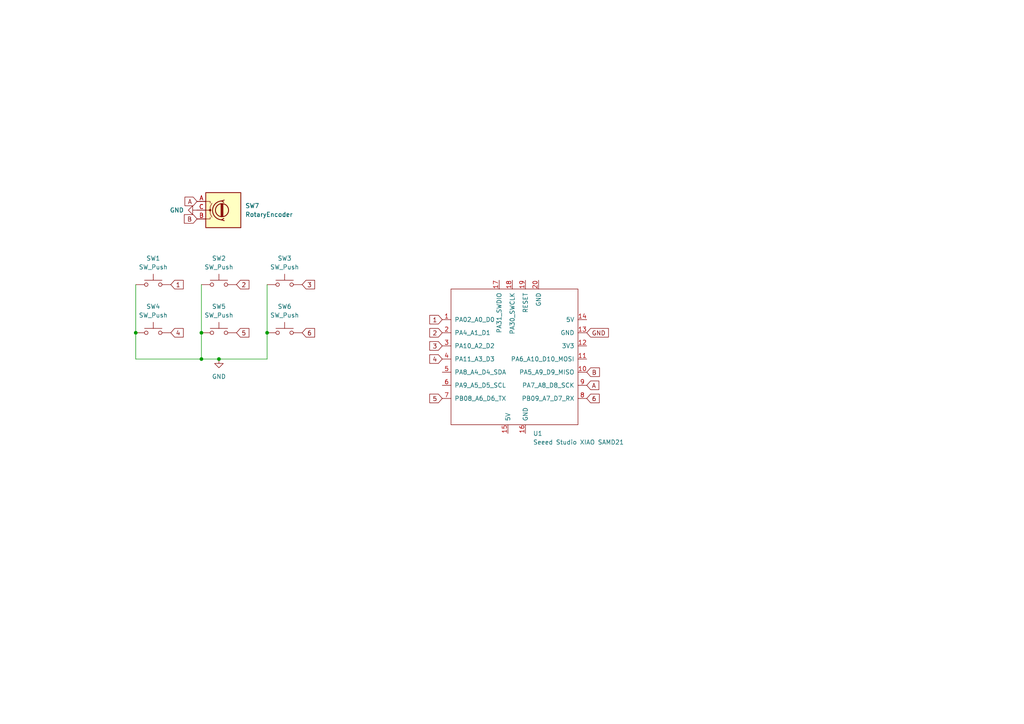
<source format=kicad_sch>
(kicad_sch (version 20231120) (generator "eeschema") (generator_version "8.0")
  (paper "A4")
  (lib_symbols
    (symbol "Device:RotaryEncoder" (pin_names (offset 0.254) hide)
      (property "Reference" "SW" (at 0 6.604 0))
      (property "Value" "RotaryEncoder" (at 0 -6.604 0))
      (symbol "RotaryEncoder_0_1"
        (rectangle (start -5.08 5.08) (end 5.08 -5.08) (stroke (width 0.254)) (fill (type background)))
        (circle (center -3.81 0) (radius 0.254) (fill (type outline)))
        (circle (center -0.381 0) (radius 1.905) (stroke (width 0.254)))
        (arc (start -0.381 2.667) (mid -3.0988 -0.0635) (end -0.381 -2.794) (stroke (width 0.254)))
        (polyline (pts (xy -0.635 -1.778) (xy -0.635 1.778)) (stroke (width 0.254)))
        (polyline (pts (xy -0.381 -1.778) (xy -0.381 1.778)) (stroke (width 0.254)))
        (polyline (pts (xy -0.127 1.778) (xy -0.127 -1.778)) (stroke (width 0.254)))
        (polyline (pts (xy -5.08 -2.54) (xy -3.81 -2.54) (xy -3.81 -2.032)))
        (polyline (pts (xy -5.08 2.54) (xy -3.81 2.54) (xy -3.81 2.032)))
        (polyline (pts (xy 0.254 -3.048) (xy -0.508 -2.794) (xy 0.127 -2.413)) (stroke (width 0.254)))
        (polyline (pts (xy 0.254 2.921) (xy -0.508 2.667) (xy 0.127 2.286)) (stroke (width 0.254)))
        (polyline (pts (xy -5.08 0) (xy -3.81 0) (xy -3.81 -1.016) (xy -3.302 -2.032)))
        (polyline (pts (xy -4.318 0) (xy -3.81 0) (xy -3.81 1.016) (xy -3.302 2.032)))
      )
      (symbol "RotaryEncoder_1_1"
        (pin passive line (at -7.62 2.54 0) (length 2.54) (name "A") (number "A"))
        (pin passive line (at -7.62 -2.54 0) (length 2.54) (name "B") (number "B"))
        (pin passive line (at -7.62 0 0) (length 2.54) (name "C") (number "C"))
      )
    )
    (symbol "Seeed_Studio_XIAO_Series:Seeed Studio XIAO SAMD21" (pin_names (offset 1.016))
      (property "Reference" "U" (at -19.05 22.86 0))
      (property "Value" "Seeed Studio XIAO SAMD21" (at -12.7 21.59 0))
      (symbol "Seeed Studio XIAO SAMD21_0_1"
        (rectangle (start -19.05 20.32) (end 17.78 -19.05))
      )
      (symbol "Seeed Studio XIAO SAMD21_1_1"
        (pin unspecified line (at -21.59 11.43 0) (length 2.54) (name "PA02_A0_D0") (number "1"))
        (pin unspecified line (at 20.32 -3.81 180) (length 2.54) (name "PA5_A9_D9_MISO") (number "10"))
        (pin unspecified line (at 20.32 0 180) (length 2.54) (name "PA6_A10_D10_MOSI") (number "11"))
        (pin unspecified line (at 20.32 3.81 180) (length 2.54) (name "3V3") (number "12"))
        (pin unspecified line (at 20.32 7.62 180) (length 2.54) (name "GND") (number "13"))
        (pin unspecified line (at 20.32 11.43 180) (length 2.54) (name "5V") (number "14"))
        (pin input line (at -2.54 -21.59 90) (length 2.54) (name "5V") (number "15"))
        (pin input line (at 2.54 -21.59 90) (length 2.54) (name "GND") (number "16"))
        (pin input line (at -5.08 22.86 270) (length 2.54) (name "PA31_SWDIO") (number "17"))
        (pin input line (at -1.27 22.86 270) (length 2.54) (name "PA30_SWCLK") (number "18"))
        (pin input line (at 2.54 22.86 270) (length 2.54) (name "RESET") (number "19"))
        (pin unspecified line (at -21.59 7.62 0) (length 2.54) (name "PA4_A1_D1") (number "2"))
        (pin input line (at 6.35 22.86 270) (length 2.54) (name "GND") (number "20"))
        (pin unspecified line (at -21.59 3.81 0) (length 2.54) (name "PA10_A2_D2") (number "3"))
        (pin unspecified line (at -21.59 0 0) (length 2.54) (name "PA11_A3_D3") (number "4"))
        (pin unspecified line (at -21.59 -3.81 0) (length 2.54) (name "PA8_A4_D4_SDA") (number "5"))
        (pin unspecified line (at -21.59 -7.62 0) (length 2.54) (name "PA9_A5_D5_SCL") (number "6"))
        (pin unspecified line (at -21.59 -11.43 0) (length 2.54) (name "PB08_A6_D6_TX") (number "7"))
        (pin unspecified line (at 20.32 -11.43 180) (length 2.54) (name "PB09_A7_D7_RX") (number "8"))
        (pin unspecified line (at 20.32 -7.62 180) (length 2.54) (name "PA7_A8_D8_SCK") (number "9"))
      )
    )
    (symbol "Switch:SW_Push" (pin_numbers hide) (pin_names (offset 1.016) hide)
      (property "Reference" "SW" (at 1.27 2.54 0))
      (property "Value" "SW_Push" (at 0 -1.524 0))
      (symbol "SW_Push_0_1"
        (circle (center -2.032 0) (radius 0.508))
        (polyline (pts (xy 0 1.27) (xy 0 3.048)))
        (polyline (pts (xy 2.54 1.27) (xy -2.54 1.27)))
        (circle (center 2.032 0) (radius 0.508))
        (pin passive line (at -5.08 0 0) (length 2.54) (name "1") (number "1"))
        (pin passive line (at 5.08 0 180) (length 2.54) (name "2") (number "2"))
      )
    )
    (symbol "power:GND" (power) (pin_numbers hide) (pin_names (offset 0) hide)
      (property "Value" "GND" (at 0 -3.81 0))
      (symbol "GND_0_1"
        (polyline (pts (xy 0 0) (xy 0 -1.27) (xy 1.27 -1.27) (xy 0 -2.54) (xy -1.27 -1.27) (xy 0 -1.27)))
      )
      (symbol "GND_1_1"
        (pin power_in line (at 0 0 270) (length 0) (name "~") (number "1"))
      )
    )
  )
  (junction (at 58.42 104.14))
  (junction (at 39.37 96.52))
  (junction (at 58.42 96.52))
  (junction (at 63.5 104.14))
  (junction (at 77.47 96.52))
  (wire (pts (xy 77.47 96.52) (xy 77.47 104.14)))
  (wire (pts (xy 58.42 104.14) (xy 63.5 104.14)))
  (wire (pts (xy 58.42 82.55) (xy 58.42 96.52)))
  (wire (pts (xy 58.42 96.52) (xy 58.42 104.14)))
  (wire (pts (xy 39.37 82.55) (xy 39.37 96.52)))
  (wire (pts (xy 39.37 104.14) (xy 58.42 104.14)))
  (wire (pts (xy 77.47 104.14) (xy 63.5 104.14)))
  (wire (pts (xy 39.37 96.52) (xy 39.37 104.14)))
  (wire (pts (xy 77.47 82.55) (xy 77.47 96.52)))
  (global_label "B" (shape input) (at 170.18 107.95 0) (property "Intersheetrefs" "${INTERSHEET_REFS}" (effects (hide yes))))
  (global_label "A" (shape input) (at 57.15 58.42 180) (property "Intersheetrefs" "${INTERSHEET_REFS}" (effects (hide yes))))
  (global_label "4" (shape input) (at 128.27 104.14 180) (property "Intersheetrefs" "${INTERSHEET_REFS}" (effects (hide yes))))
  (global_label "6" (shape input) (at 87.63 96.52 0) (property "Intersheetrefs" "${INTERSHEET_REFS}" (effects (hide yes))))
  (global_label "5" (shape input) (at 128.27 115.57 180) (property "Intersheetrefs" "${INTERSHEET_REFS}" (effects (hide yes))))
  (global_label "2" (shape input) (at 128.27 96.52 180) (property "Intersheetrefs" "${INTERSHEET_REFS}" (effects (hide yes))))
  (global_label "6" (shape input) (at 170.18 115.57 0) (property "Intersheetrefs" "${INTERSHEET_REFS}" (effects (hide yes))))
  (global_label "3" (shape input) (at 128.27 100.33 180) (property "Intersheetrefs" "${INTERSHEET_REFS}" (effects (hide yes))))
  (global_label "3" (shape input) (at 87.63 82.55 0) (property "Intersheetrefs" "${INTERSHEET_REFS}" (effects (hide yes))))
  (global_label "4" (shape input) (at 49.53 96.52 0) (property "Intersheetrefs" "${INTERSHEET_REFS}" (effects (hide yes))))
  (global_label "1" (shape input) (at 49.53 82.55 0) (property "Intersheetrefs" "${INTERSHEET_REFS}" (effects (hide yes))))
  (global_label "1" (shape input) (at 128.27 92.71 180) (property "Intersheetrefs" "${INTERSHEET_REFS}" (effects (hide yes))))
  (global_label "A" (shape input) (at 170.18 111.76 0) (property "Intersheetrefs" "${INTERSHEET_REFS}" (effects (hide yes))))
  (global_label "B" (shape input) (at 57.15 63.5 180) (property "Intersheetrefs" "${INTERSHEET_REFS}" (effects (hide yes))))
  (global_label "5" (shape input) (at 68.58 96.52 0) (property "Intersheetrefs" "${INTERSHEET_REFS}" (effects (hide yes))))
  (global_label "GND" (shape input) (at 170.18 96.52 0) (property "Intersheetrefs" "${INTERSHEET_REFS}" (effects (hide yes))))
  (global_label "2" (shape input) (at 68.58 82.55 0) (property "Intersheetrefs" "${INTERSHEET_REFS}" (effects (hide yes))))
  (symbol (lib_id "power:GND") (at 57.15 60.96 270) (unit 1)
    (property "Reference" "#PWR02" (effects (hide yes)))
    (property "Value" "GND" (at 53.34 60.9599 90) (effects (justify right)))
    (property "Description" "Power symbol creates a global label with name \"GND\" , ground" (effects (hide yes)))
  )
  (symbol (lib_id "Switch:SW_Push") (at 44.45 82.55 0) (unit 1)
    (property "Reference" "SW1" (at 44.45 74.93 0))
    (property "Value" "SW_Push" (at 44.45 77.47 0))
    (property "Footprint" "Button_Switch_Keyboard:SW_Cherry_MX_1.00u_PCB" (effects (hide yes)))
    (property "Description" "Push button switch, generic, two pins" (effects (hide yes)))
  )
  (symbol (lib_id "Device:RotaryEncoder") (at 64.77 60.96 0) (unit 1)
    (property "Reference" "SW7" (at 71.12 59.6899 0) (effects (justify left)))
    (property "Value" "RotaryEncoder" (at 71.12 62.2299 0) (effects (justify left)))
    (property "Footprint" "Rotary_Encoder:RotaryEncoder_Alps_EC11E-Switch_Vertical_H20mm" (effects (hide yes)))
    (property "Description" "Rotary encoder, dual channel, incremental quadrate outputs" (effects (hide yes)))
  )
  (symbol (lib_id "Switch:SW_Push") (at 82.55 96.52 0) (unit 1)
    (property "Reference" "SW6" (at 82.55 88.9 0))
    (property "Value" "SW_Push" (at 82.55 91.44 0))
    (property "Footprint" "Button_Switch_Keyboard:SW_Cherry_MX_1.00u_PCB" (effects (hide yes)))
    (property "Description" "Push button switch, generic, two pins" (effects (hide yes)))
  )
  (symbol (lib_id "Switch:SW_Push") (at 63.5 96.52 0) (unit 1)
    (property "Reference" "SW5" (at 63.5 88.9 0))
    (property "Value" "SW_Push" (at 63.5 91.44 0))
    (property "Footprint" "Button_Switch_Keyboard:SW_Cherry_MX_1.00u_PCB" (effects (hide yes)))
    (property "Description" "Push button switch, generic, two pins" (effects (hide yes)))
  )
  (symbol (lib_id "Seeed_Studio_XIAO_Series:Seeed Studio XIAO SAMD21") (at 149.86 104.14 0) (unit 1)
    (property "Reference" "U1" (at 154.5941 125.73 0) (effects (justify left)))
    (property "Value" "Seeed Studio XIAO SAMD21" (at 154.5941 128.27 0) (effects (justify left)))
    (property "Footprint" "Seeed Studio XIAO Series Library:XIAO-Generic-Thruhole-14P-2.54-21X17.8MM" (effects (hide yes)))
  )
  (symbol (lib_id "Switch:SW_Push") (at 82.55 82.55 0) (unit 1)
    (property "Reference" "SW3" (at 82.55 74.93 0))
    (property "Value" "SW_Push" (at 82.55 77.47 0))
    (property "Footprint" "Button_Switch_Keyboard:SW_Cherry_MX_1.00u_PCB" (effects (hide yes)))
    (property "Description" "Push button switch, generic, two pins" (effects (hide yes)))
  )
  (symbol (lib_id "power:GND") (at 63.5 104.14 0) (unit 1)
    (property "Reference" "#PWR01" (effects (hide yes)))
    (property "Value" "GND" (at 63.5 109.22 0))
    (property "Description" "Power symbol creates a global label with name \"GND\" , ground" (effects (hide yes)))
  )
  (symbol (lib_id "Switch:SW_Push") (at 44.45 96.52 0) (unit 1)
    (property "Reference" "SW4" (at 44.45 88.9 0))
    (property "Value" "SW_Push" (at 44.45 91.44 0))
    (property "Footprint" "Button_Switch_Keyboard:SW_Cherry_MX_1.00u_PCB" (effects (hide yes)))
    (property "Description" "Push button switch, generic, two pins" (effects (hide yes)))
  )
  (symbol (lib_id "Switch:SW_Push") (at 63.5 82.55 0) (unit 1)
    (property "Reference" "SW2" (at 63.5 74.93 0))
    (property "Value" "SW_Push" (at 63.5 77.47 0))
    (property "Footprint" "Button_Switch_Keyboard:SW_Cherry_MX_1.00u_PCB" (effects (hide yes)))
    (property "Description" "Push button switch, generic, two pins" (effects (hide yes)))
  )
)
</source>
